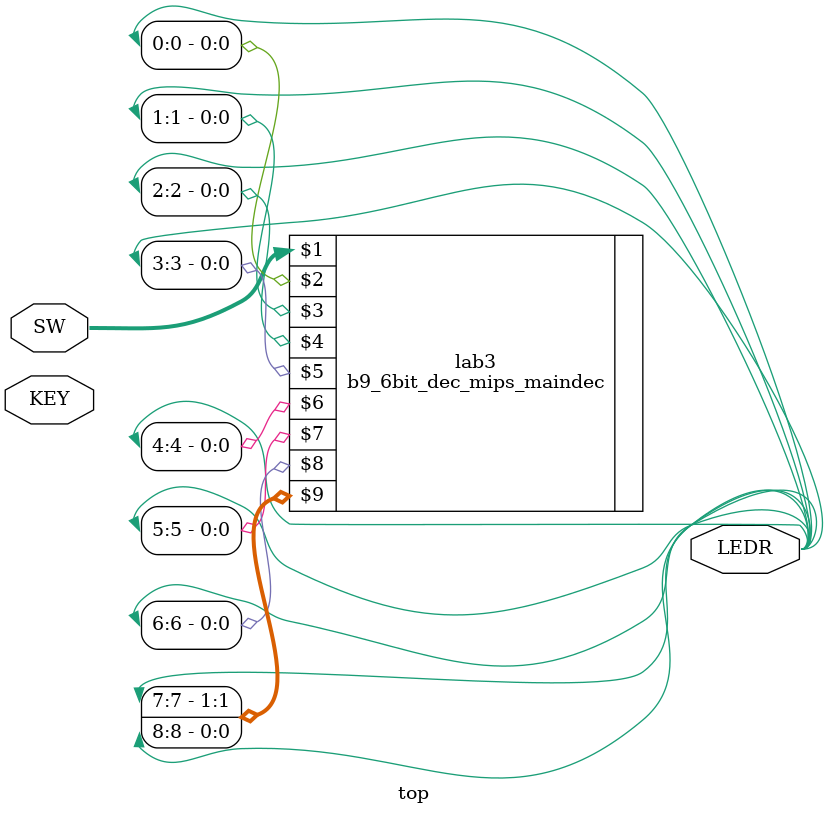
<source format=v>
module top (SW, KEY, LEDR);

    input wire [9:0] SW;        // DE-series switches
    input wire [3:0] KEY;       // DE-series pushbuttons

    output wire [9:0] LEDR;     // DE-series LEDs   

    b9_6bit_dec_mips_maindec lab3 (SW,LEDR[0],LEDR[1],LEDR[2],
										LEDR[3],LEDR[4],LEDR[5],LEDR[6],{LEDR[7],LEDR[8]});
 
endmodule


</source>
